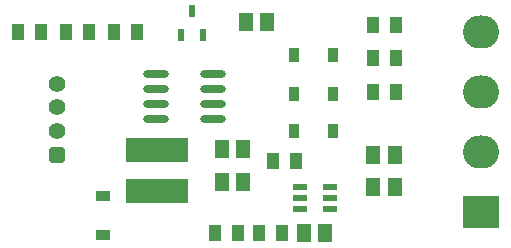
<source format=gbr>
G04*
G04 #@! TF.GenerationSoftware,Altium Limited,Altium Designer,23.0.1 (38)*
G04*
G04 Layer_Color=255*
%FSLAX25Y25*%
%MOIN*%
G70*
G04*
G04 #@! TF.SameCoordinates,C317ACD7-2F99-4A28-9CC3-B5CC64B43C24*
G04*
G04*
G04 #@! TF.FilePolarity,Positive*
G04*
G01*
G75*
%ADD17R,0.04134X0.05315*%
%ADD18O,0.08661X0.02362*%
%ADD19R,0.02362X0.03937*%
%ADD20R,0.04724X0.05906*%
%ADD21R,0.03583X0.04500*%
G04:AMPARAMS|DCode=22|XSize=49.21mil|YSize=23.23mil|CornerRadius=2.9mil|HoleSize=0mil|Usage=FLASHONLY|Rotation=180.000|XOffset=0mil|YOffset=0mil|HoleType=Round|Shape=RoundedRectangle|*
%AMROUNDEDRECTD22*
21,1,0.04921,0.01742,0,0,180.0*
21,1,0.04341,0.02323,0,0,180.0*
1,1,0.00581,-0.02170,0.00871*
1,1,0.00581,0.02170,0.00871*
1,1,0.00581,0.02170,-0.00871*
1,1,0.00581,-0.02170,-0.00871*
%
%ADD22ROUNDEDRECTD22*%
%ADD23R,0.04500X0.03583*%
%ADD24R,0.20866X0.07874*%
%ADD41O,0.12000X0.11000*%
%ADD42R,0.12000X0.11000*%
%ADD43C,0.05512*%
G04:AMPARAMS|DCode=44|XSize=55.12mil|YSize=55.12mil|CornerRadius=13.78mil|HoleSize=0mil|Usage=FLASHONLY|Rotation=90.000|XOffset=0mil|YOffset=0mil|HoleType=Round|Shape=RoundedRectangle|*
%AMROUNDEDRECTD44*
21,1,0.05512,0.02756,0,0,90.0*
21,1,0.02756,0.05512,0,0,90.0*
1,1,0.02756,0.01378,0.01378*
1,1,0.02756,0.01378,-0.01378*
1,1,0.02756,-0.01378,-0.01378*
1,1,0.02756,-0.01378,0.01378*
%
%ADD44ROUNDEDRECTD44*%
D17*
X426000Y421500D02*
D03*
X418323D02*
D03*
Y444000D02*
D03*
X426000D02*
D03*
Y433000D02*
D03*
X418323D02*
D03*
X385161Y398500D02*
D03*
X392839D02*
D03*
X365823Y374500D02*
D03*
X373500D02*
D03*
X300161Y441500D02*
D03*
X307839D02*
D03*
X332161D02*
D03*
X339839D02*
D03*
X323677D02*
D03*
X316000D02*
D03*
X388177Y374500D02*
D03*
X380500D02*
D03*
D18*
X346051Y427500D02*
D03*
Y422500D02*
D03*
Y417500D02*
D03*
Y412500D02*
D03*
X364949Y427500D02*
D03*
Y422500D02*
D03*
Y417500D02*
D03*
Y412500D02*
D03*
D19*
X358000Y448437D02*
D03*
X361740Y440563D02*
D03*
X354260D02*
D03*
D20*
X376000Y445000D02*
D03*
X383087D02*
D03*
X367957Y402500D02*
D03*
X375043D02*
D03*
X367957Y391500D02*
D03*
X375043D02*
D03*
X402500Y374500D02*
D03*
X395413D02*
D03*
X418457Y400500D02*
D03*
X425543D02*
D03*
X418457Y390000D02*
D03*
X425543D02*
D03*
D21*
X392087Y434000D02*
D03*
X405000D02*
D03*
X392087Y421000D02*
D03*
X405000D02*
D03*
X404957Y408500D02*
D03*
X392043D02*
D03*
D22*
X394118Y382500D02*
D03*
Y386240D02*
D03*
Y389980D02*
D03*
X404000D02*
D03*
Y386240D02*
D03*
Y382500D02*
D03*
D23*
X328500Y374043D02*
D03*
Y386957D02*
D03*
D24*
X346500Y402390D02*
D03*
Y388610D02*
D03*
D41*
X454506Y401494D02*
D03*
X454500Y421500D02*
D03*
X454467Y441533D02*
D03*
D42*
X454506Y381494D02*
D03*
D43*
X313000Y424311D02*
D03*
Y416437D02*
D03*
Y408563D02*
D03*
D44*
Y400689D02*
D03*
M02*

</source>
